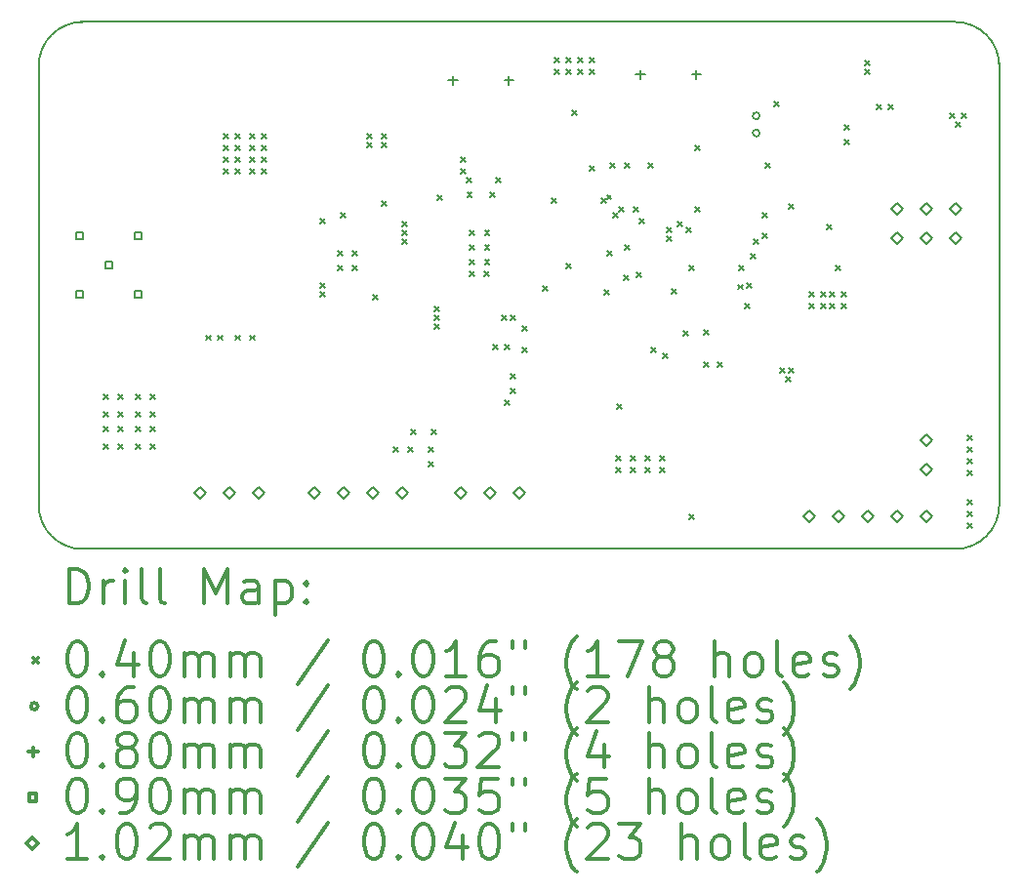
<source format=gbr>
%FSLAX45Y45*%
G04 Gerber Fmt 4.5, Leading zero omitted, Abs format (unit mm)*
G04 Created by KiCad (PCBNEW 4.0.4-stable) date 11/24/16 17:28:45*
%MOMM*%
%LPD*%
G01*
G04 APERTURE LIST*
%ADD10C,0.127000*%
%ADD11C,0.150000*%
%ADD12C,0.200000*%
%ADD13C,0.300000*%
G04 APERTURE END LIST*
D10*
D11*
X18821400Y-8001000D02*
G75*
G03X18440400Y-7620000I-381000J0D01*
G01*
X18440400Y-12192000D02*
G75*
G03X18821400Y-11811000I0J381000D01*
G01*
X10490200Y-11811000D02*
G75*
G03X10871200Y-12192000I381000J0D01*
G01*
X10871200Y-7620000D02*
G75*
G03X10490200Y-8001000I0J-381000D01*
G01*
X10490200Y-11836400D02*
X10490200Y-7975600D01*
X18821400Y-11811000D02*
X18821400Y-11430000D01*
X10871200Y-12192000D02*
X18440400Y-12192000D01*
X18440400Y-7620000D02*
X10845800Y-7620000D01*
X18821400Y-11430000D02*
X18821400Y-7975600D01*
D12*
X11054400Y-10851200D02*
X11094400Y-10891200D01*
X11094400Y-10851200D02*
X11054400Y-10891200D01*
X11054400Y-11003600D02*
X11094400Y-11043600D01*
X11094400Y-11003600D02*
X11054400Y-11043600D01*
X11054400Y-11130600D02*
X11094400Y-11170600D01*
X11094400Y-11130600D02*
X11054400Y-11170600D01*
X11054400Y-11283000D02*
X11094400Y-11323000D01*
X11094400Y-11283000D02*
X11054400Y-11323000D01*
X11181400Y-10851200D02*
X11221400Y-10891200D01*
X11221400Y-10851200D02*
X11181400Y-10891200D01*
X11181400Y-11003600D02*
X11221400Y-11043600D01*
X11221400Y-11003600D02*
X11181400Y-11043600D01*
X11181400Y-11130600D02*
X11221400Y-11170600D01*
X11221400Y-11130600D02*
X11181400Y-11170600D01*
X11181400Y-11283000D02*
X11221400Y-11323000D01*
X11221400Y-11283000D02*
X11181400Y-11323000D01*
X11333800Y-10851200D02*
X11373800Y-10891200D01*
X11373800Y-10851200D02*
X11333800Y-10891200D01*
X11333800Y-11003600D02*
X11373800Y-11043600D01*
X11373800Y-11003600D02*
X11333800Y-11043600D01*
X11333800Y-11130600D02*
X11373800Y-11170600D01*
X11373800Y-11130600D02*
X11333800Y-11170600D01*
X11333800Y-11283000D02*
X11373800Y-11323000D01*
X11373800Y-11283000D02*
X11333800Y-11323000D01*
X11460800Y-10851200D02*
X11500800Y-10891200D01*
X11500800Y-10851200D02*
X11460800Y-10891200D01*
X11460800Y-11003600D02*
X11500800Y-11043600D01*
X11500800Y-11003600D02*
X11460800Y-11043600D01*
X11460800Y-11130600D02*
X11500800Y-11170600D01*
X11500800Y-11130600D02*
X11460800Y-11170600D01*
X11460800Y-11283000D02*
X11500800Y-11323000D01*
X11500800Y-11283000D02*
X11460800Y-11323000D01*
X11943400Y-10339200D02*
X11983400Y-10379200D01*
X11983400Y-10339200D02*
X11943400Y-10379200D01*
X12045000Y-10339200D02*
X12085000Y-10379200D01*
X12085000Y-10339200D02*
X12045000Y-10379200D01*
X12095800Y-8590600D02*
X12135800Y-8630600D01*
X12135800Y-8590600D02*
X12095800Y-8630600D01*
X12095800Y-8692200D02*
X12135800Y-8732200D01*
X12135800Y-8692200D02*
X12095800Y-8732200D01*
X12095800Y-8793800D02*
X12135800Y-8833800D01*
X12135800Y-8793800D02*
X12095800Y-8833800D01*
X12095800Y-8895400D02*
X12135800Y-8935400D01*
X12135800Y-8895400D02*
X12095800Y-8935400D01*
X12197400Y-8590600D02*
X12237400Y-8630600D01*
X12237400Y-8590600D02*
X12197400Y-8630600D01*
X12197400Y-8692200D02*
X12237400Y-8732200D01*
X12237400Y-8692200D02*
X12197400Y-8732200D01*
X12197400Y-8793800D02*
X12237400Y-8833800D01*
X12237400Y-8793800D02*
X12197400Y-8833800D01*
X12197400Y-8895400D02*
X12237400Y-8935400D01*
X12237400Y-8895400D02*
X12197400Y-8935400D01*
X12197400Y-10339200D02*
X12237400Y-10379200D01*
X12237400Y-10339200D02*
X12197400Y-10379200D01*
X12324400Y-8590600D02*
X12364400Y-8630600D01*
X12364400Y-8590600D02*
X12324400Y-8630600D01*
X12324400Y-8692200D02*
X12364400Y-8732200D01*
X12364400Y-8692200D02*
X12324400Y-8732200D01*
X12324400Y-8793800D02*
X12364400Y-8833800D01*
X12364400Y-8793800D02*
X12324400Y-8833800D01*
X12324400Y-8895400D02*
X12364400Y-8935400D01*
X12364400Y-8895400D02*
X12324400Y-8935400D01*
X12324400Y-10339200D02*
X12364400Y-10379200D01*
X12364400Y-10339200D02*
X12324400Y-10379200D01*
X12426000Y-8590600D02*
X12466000Y-8630600D01*
X12466000Y-8590600D02*
X12426000Y-8630600D01*
X12426000Y-8692200D02*
X12466000Y-8732200D01*
X12466000Y-8692200D02*
X12426000Y-8732200D01*
X12426000Y-8793800D02*
X12466000Y-8833800D01*
X12466000Y-8793800D02*
X12426000Y-8833800D01*
X12426000Y-8895400D02*
X12466000Y-8935400D01*
X12466000Y-8895400D02*
X12426000Y-8935400D01*
X12934000Y-9327200D02*
X12974000Y-9367200D01*
X12974000Y-9327200D02*
X12934000Y-9367200D01*
X12934000Y-9886000D02*
X12974000Y-9926000D01*
X12974000Y-9886000D02*
X12934000Y-9926000D01*
X12934000Y-9962200D02*
X12974000Y-10002200D01*
X12974000Y-9962200D02*
X12934000Y-10002200D01*
X13086400Y-9608600D02*
X13126400Y-9648600D01*
X13126400Y-9608600D02*
X13086400Y-9648600D01*
X13086400Y-9733600D02*
X13126400Y-9773600D01*
X13126400Y-9733600D02*
X13086400Y-9773600D01*
X13111800Y-9276400D02*
X13151800Y-9316400D01*
X13151800Y-9276400D02*
X13111800Y-9316400D01*
X13211400Y-9608600D02*
X13251400Y-9648600D01*
X13251400Y-9608600D02*
X13211400Y-9648600D01*
X13211400Y-9733600D02*
X13251400Y-9773600D01*
X13251400Y-9733600D02*
X13211400Y-9773600D01*
X13340400Y-8590600D02*
X13380400Y-8630600D01*
X13380400Y-8590600D02*
X13340400Y-8630600D01*
X13340400Y-8666800D02*
X13380400Y-8706800D01*
X13380400Y-8666800D02*
X13340400Y-8706800D01*
X13391200Y-9987600D02*
X13431200Y-10027600D01*
X13431200Y-9987600D02*
X13391200Y-10027600D01*
X13467400Y-8590600D02*
X13507400Y-8630600D01*
X13507400Y-8590600D02*
X13467400Y-8630600D01*
X13467400Y-8666800D02*
X13507400Y-8706800D01*
X13507400Y-8666800D02*
X13467400Y-8706800D01*
X13467400Y-9174800D02*
X13507400Y-9214800D01*
X13507400Y-9174800D02*
X13467400Y-9214800D01*
X13569000Y-11308400D02*
X13609000Y-11348400D01*
X13609000Y-11308400D02*
X13569000Y-11348400D01*
X13645200Y-9352600D02*
X13685200Y-9392600D01*
X13685200Y-9352600D02*
X13645200Y-9392600D01*
X13645200Y-9428800D02*
X13685200Y-9468800D01*
X13685200Y-9428800D02*
X13645200Y-9468800D01*
X13645200Y-9505000D02*
X13685200Y-9545000D01*
X13685200Y-9505000D02*
X13645200Y-9545000D01*
X13696000Y-11308400D02*
X13736000Y-11348400D01*
X13736000Y-11308400D02*
X13696000Y-11348400D01*
X13721400Y-11156000D02*
X13761400Y-11196000D01*
X13761400Y-11156000D02*
X13721400Y-11196000D01*
X13873800Y-11308400D02*
X13913800Y-11348400D01*
X13913800Y-11308400D02*
X13873800Y-11348400D01*
X13873800Y-11435400D02*
X13913800Y-11475400D01*
X13913800Y-11435400D02*
X13873800Y-11475400D01*
X13899200Y-11156000D02*
X13939200Y-11196000D01*
X13939200Y-11156000D02*
X13899200Y-11196000D01*
X13924600Y-10089200D02*
X13964600Y-10129200D01*
X13964600Y-10089200D02*
X13924600Y-10129200D01*
X13924600Y-10165400D02*
X13964600Y-10205400D01*
X13964600Y-10165400D02*
X13924600Y-10205400D01*
X13924600Y-10241600D02*
X13964600Y-10281600D01*
X13964600Y-10241600D02*
X13924600Y-10281600D01*
X13950000Y-9124000D02*
X13990000Y-9164000D01*
X13990000Y-9124000D02*
X13950000Y-9164000D01*
X14153200Y-8793800D02*
X14193200Y-8833800D01*
X14193200Y-8793800D02*
X14153200Y-8833800D01*
X14153200Y-8895400D02*
X14193200Y-8935400D01*
X14193200Y-8895400D02*
X14153200Y-8935400D01*
X14204000Y-8971600D02*
X14244000Y-9011600D01*
X14244000Y-8971600D02*
X14204000Y-9011600D01*
X14208025Y-9098600D02*
X14248025Y-9138600D01*
X14248025Y-9098600D02*
X14208025Y-9138600D01*
X14229400Y-9784400D02*
X14269400Y-9824400D01*
X14269400Y-9784400D02*
X14229400Y-9824400D01*
X14231150Y-9427050D02*
X14271150Y-9467050D01*
X14271150Y-9427050D02*
X14231150Y-9467050D01*
X14231150Y-9555800D02*
X14271150Y-9595800D01*
X14271150Y-9555800D02*
X14231150Y-9595800D01*
X14231150Y-9684550D02*
X14271150Y-9724550D01*
X14271150Y-9684550D02*
X14231150Y-9724550D01*
X14356400Y-9784400D02*
X14396400Y-9824400D01*
X14396400Y-9784400D02*
X14356400Y-9824400D01*
X14359900Y-9427050D02*
X14399900Y-9467050D01*
X14399900Y-9427050D02*
X14359900Y-9467050D01*
X14359900Y-9555800D02*
X14399900Y-9595800D01*
X14399900Y-9555800D02*
X14359900Y-9595800D01*
X14359900Y-9684550D02*
X14399900Y-9724550D01*
X14399900Y-9684550D02*
X14359900Y-9724550D01*
X14407200Y-9098600D02*
X14447200Y-9138600D01*
X14447200Y-9098600D02*
X14407200Y-9138600D01*
X14432600Y-10419400D02*
X14472600Y-10459400D01*
X14472600Y-10419400D02*
X14432600Y-10459400D01*
X14458000Y-8971600D02*
X14498000Y-9011600D01*
X14498000Y-8971600D02*
X14458000Y-9011600D01*
X14508800Y-10165400D02*
X14548800Y-10205400D01*
X14548800Y-10165400D02*
X14508800Y-10205400D01*
X14534200Y-10419400D02*
X14574200Y-10459400D01*
X14574200Y-10419400D02*
X14534200Y-10459400D01*
X14534200Y-10902000D02*
X14574200Y-10942000D01*
X14574200Y-10902000D02*
X14534200Y-10942000D01*
X14582985Y-10674981D02*
X14622985Y-10714981D01*
X14622985Y-10674981D02*
X14582985Y-10714981D01*
X14585000Y-10165400D02*
X14625000Y-10205400D01*
X14625000Y-10165400D02*
X14585000Y-10205400D01*
X14585000Y-10800400D02*
X14625000Y-10840400D01*
X14625000Y-10800400D02*
X14585000Y-10840400D01*
X14686600Y-10260800D02*
X14726600Y-10300800D01*
X14726600Y-10260800D02*
X14686600Y-10300800D01*
X14686600Y-10444800D02*
X14726600Y-10484800D01*
X14726600Y-10444800D02*
X14686600Y-10484800D01*
X14864400Y-9911400D02*
X14904400Y-9951400D01*
X14904400Y-9911400D02*
X14864400Y-9951400D01*
X14940600Y-9149400D02*
X14980600Y-9189400D01*
X14980600Y-9149400D02*
X14940600Y-9189400D01*
X14966000Y-7930200D02*
X15006000Y-7970200D01*
X15006000Y-7930200D02*
X14966000Y-7970200D01*
X14966000Y-8031800D02*
X15006000Y-8071800D01*
X15006000Y-8031800D02*
X14966000Y-8071800D01*
X15067600Y-7930200D02*
X15107600Y-7970200D01*
X15107600Y-7930200D02*
X15067600Y-7970200D01*
X15067600Y-8031800D02*
X15107600Y-8071800D01*
X15107600Y-8031800D02*
X15067600Y-8071800D01*
X15067600Y-9718300D02*
X15107600Y-9758300D01*
X15107600Y-9718300D02*
X15067600Y-9758300D01*
X15118400Y-8387400D02*
X15158400Y-8427400D01*
X15158400Y-8387400D02*
X15118400Y-8427400D01*
X15169200Y-7930200D02*
X15209200Y-7970200D01*
X15209200Y-7930200D02*
X15169200Y-7970200D01*
X15169200Y-8031800D02*
X15209200Y-8071800D01*
X15209200Y-8031800D02*
X15169200Y-8071800D01*
X15270800Y-7930200D02*
X15310800Y-7970200D01*
X15310800Y-7930200D02*
X15270800Y-7970200D01*
X15270800Y-8031800D02*
X15310800Y-8071800D01*
X15310800Y-8031800D02*
X15270800Y-8071800D01*
X15270800Y-8870000D02*
X15310800Y-8910000D01*
X15310800Y-8870000D02*
X15270800Y-8910000D01*
X15372400Y-9149400D02*
X15412400Y-9189400D01*
X15412400Y-9149400D02*
X15372400Y-9189400D01*
X15397800Y-9943300D02*
X15437800Y-9983300D01*
X15437800Y-9943300D02*
X15397800Y-9983300D01*
X15418600Y-9119400D02*
X15458600Y-9159400D01*
X15458600Y-9119400D02*
X15418600Y-9159400D01*
X15423200Y-9606600D02*
X15463200Y-9646600D01*
X15463200Y-9606600D02*
X15423200Y-9646600D01*
X15448600Y-8844600D02*
X15488600Y-8884600D01*
X15488600Y-8844600D02*
X15448600Y-8884600D01*
X15474000Y-9276400D02*
X15514000Y-9316400D01*
X15514000Y-9276400D02*
X15474000Y-9316400D01*
X15499400Y-11384600D02*
X15539400Y-11424600D01*
X15539400Y-11384600D02*
X15499400Y-11424600D01*
X15499400Y-11486200D02*
X15539400Y-11526200D01*
X15539400Y-11486200D02*
X15499400Y-11526200D01*
X15504891Y-10932891D02*
X15544891Y-10972891D01*
X15544891Y-10932891D02*
X15504891Y-10972891D01*
X15524800Y-9225600D02*
X15564800Y-9265600D01*
X15564800Y-9225600D02*
X15524800Y-9265600D01*
X15568871Y-9815786D02*
X15608871Y-9855786D01*
X15608871Y-9815786D02*
X15568871Y-9855786D01*
X15575600Y-8844600D02*
X15615600Y-8884600D01*
X15615600Y-8844600D02*
X15575600Y-8884600D01*
X15575600Y-9555800D02*
X15615600Y-9595800D01*
X15615600Y-9555800D02*
X15575600Y-9595800D01*
X15626400Y-11384600D02*
X15666400Y-11424600D01*
X15666400Y-11384600D02*
X15626400Y-11424600D01*
X15626400Y-11486200D02*
X15666400Y-11526200D01*
X15666400Y-11486200D02*
X15626400Y-11526200D01*
X15651800Y-9225600D02*
X15691800Y-9265600D01*
X15691800Y-9225600D02*
X15651800Y-9265600D01*
X15651800Y-9225600D02*
X15691800Y-9265600D01*
X15691800Y-9225600D02*
X15651800Y-9265600D01*
X15677200Y-9793300D02*
X15717200Y-9833300D01*
X15717200Y-9793300D02*
X15677200Y-9833300D01*
X15702600Y-9327200D02*
X15742600Y-9367200D01*
X15742600Y-9327200D02*
X15702600Y-9367200D01*
X15753400Y-11384600D02*
X15793400Y-11424600D01*
X15793400Y-11384600D02*
X15753400Y-11424600D01*
X15753400Y-11486200D02*
X15793400Y-11526200D01*
X15793400Y-11486200D02*
X15753400Y-11526200D01*
X15778800Y-8844600D02*
X15818800Y-8884600D01*
X15818800Y-8844600D02*
X15778800Y-8884600D01*
X15804200Y-10444800D02*
X15844200Y-10484800D01*
X15844200Y-10444800D02*
X15804200Y-10484800D01*
X15880400Y-11384600D02*
X15920400Y-11424600D01*
X15920400Y-11384600D02*
X15880400Y-11424600D01*
X15880400Y-11486200D02*
X15920400Y-11526200D01*
X15920400Y-11486200D02*
X15880400Y-11526200D01*
X15903800Y-10495600D02*
X15943800Y-10535600D01*
X15943800Y-10495600D02*
X15903800Y-10535600D01*
X15937799Y-9403400D02*
X15977799Y-9443400D01*
X15977799Y-9403400D02*
X15937799Y-9443400D01*
X15937799Y-9479600D02*
X15977799Y-9519600D01*
X15977799Y-9479600D02*
X15937799Y-9519600D01*
X15982000Y-9936800D02*
X16022000Y-9976800D01*
X16022000Y-9936800D02*
X15982000Y-9976800D01*
X16032800Y-9352600D02*
X16072800Y-9392600D01*
X16072800Y-9352600D02*
X16032800Y-9392600D01*
X16083600Y-10303600D02*
X16123600Y-10343600D01*
X16123600Y-10303600D02*
X16083600Y-10343600D01*
X16109000Y-9403400D02*
X16149000Y-9443400D01*
X16149000Y-9403400D02*
X16109000Y-9443400D01*
X16134400Y-9733600D02*
X16174400Y-9773600D01*
X16174400Y-9733600D02*
X16134400Y-9773600D01*
X16134400Y-11892600D02*
X16174400Y-11932600D01*
X16174400Y-11892600D02*
X16134400Y-11932600D01*
X16185200Y-8692200D02*
X16225200Y-8732200D01*
X16225200Y-8692200D02*
X16185200Y-8732200D01*
X16185200Y-9225600D02*
X16225200Y-9265600D01*
X16225200Y-9225600D02*
X16185200Y-9265600D01*
X16261400Y-10292400D02*
X16301400Y-10332400D01*
X16301400Y-10292400D02*
X16261400Y-10332400D01*
X16261400Y-10571800D02*
X16301400Y-10611800D01*
X16301400Y-10571800D02*
X16261400Y-10611800D01*
X16376401Y-10571800D02*
X16416401Y-10611800D01*
X16416401Y-10571800D02*
X16376401Y-10611800D01*
X16553826Y-9898374D02*
X16593826Y-9938374D01*
X16593826Y-9898374D02*
X16553826Y-9938374D01*
X16566200Y-9733600D02*
X16606200Y-9773600D01*
X16606200Y-9733600D02*
X16566200Y-9773600D01*
X16617000Y-10063800D02*
X16657000Y-10103800D01*
X16657000Y-10063800D02*
X16617000Y-10103800D01*
X16632787Y-9885521D02*
X16672787Y-9925521D01*
X16672787Y-9885521D02*
X16632787Y-9925521D01*
X16667800Y-9632000D02*
X16707800Y-9672000D01*
X16707800Y-9632000D02*
X16667800Y-9672000D01*
X16693200Y-9505000D02*
X16733200Y-9545000D01*
X16733200Y-9505000D02*
X16693200Y-9545000D01*
X16769400Y-9276400D02*
X16809400Y-9316400D01*
X16809400Y-9276400D02*
X16769400Y-9316400D01*
X16769400Y-9454200D02*
X16809400Y-9494200D01*
X16809400Y-9454200D02*
X16769400Y-9494200D01*
X16794800Y-8844600D02*
X16834800Y-8884600D01*
X16834800Y-8844600D02*
X16794800Y-8884600D01*
X16871000Y-8311200D02*
X16911000Y-8351200D01*
X16911000Y-8311200D02*
X16871000Y-8351200D01*
X16921800Y-10622600D02*
X16961800Y-10662600D01*
X16961800Y-10622600D02*
X16921800Y-10662600D01*
X16972600Y-10698800D02*
X17012600Y-10738800D01*
X17012600Y-10698800D02*
X16972600Y-10738800D01*
X16998000Y-9200200D02*
X17038000Y-9240200D01*
X17038000Y-9200200D02*
X16998000Y-9240200D01*
X16998000Y-10622600D02*
X17038000Y-10662600D01*
X17038000Y-10622600D02*
X16998000Y-10662600D01*
X17175800Y-9962200D02*
X17215800Y-10002200D01*
X17215800Y-9962200D02*
X17175800Y-10002200D01*
X17175800Y-10063800D02*
X17215800Y-10103800D01*
X17215800Y-10063800D02*
X17175800Y-10103800D01*
X17277400Y-9962200D02*
X17317400Y-10002200D01*
X17317400Y-9962200D02*
X17277400Y-10002200D01*
X17277400Y-10063800D02*
X17317400Y-10103800D01*
X17317400Y-10063800D02*
X17277400Y-10103800D01*
X17328200Y-9378000D02*
X17368200Y-9418000D01*
X17368200Y-9378000D02*
X17328200Y-9418000D01*
X17353600Y-9962200D02*
X17393600Y-10002200D01*
X17393600Y-9962200D02*
X17353600Y-10002200D01*
X17353600Y-10063800D02*
X17393600Y-10103800D01*
X17393600Y-10063800D02*
X17353600Y-10103800D01*
X17404400Y-9733600D02*
X17444400Y-9773600D01*
X17444400Y-9733600D02*
X17404400Y-9773600D01*
X17455200Y-9962200D02*
X17495200Y-10002200D01*
X17495200Y-9962200D02*
X17455200Y-10002200D01*
X17455200Y-10063800D02*
X17495200Y-10103800D01*
X17495200Y-10063800D02*
X17455200Y-10103800D01*
X17480600Y-8514400D02*
X17520600Y-8554400D01*
X17520600Y-8514400D02*
X17480600Y-8554400D01*
X17480600Y-8641400D02*
X17520600Y-8681400D01*
X17520600Y-8641400D02*
X17480600Y-8681400D01*
X17658400Y-7955600D02*
X17698400Y-7995600D01*
X17698400Y-7955600D02*
X17658400Y-7995600D01*
X17658400Y-8031800D02*
X17698400Y-8071800D01*
X17698400Y-8031800D02*
X17658400Y-8071800D01*
X17760000Y-8336600D02*
X17800000Y-8376600D01*
X17800000Y-8336600D02*
X17760000Y-8376600D01*
X17861600Y-8336600D02*
X17901600Y-8376600D01*
X17901600Y-8336600D02*
X17861600Y-8376600D01*
X18395000Y-8412800D02*
X18435000Y-8452800D01*
X18435000Y-8412800D02*
X18395000Y-8452800D01*
X18445800Y-8489000D02*
X18485800Y-8529000D01*
X18485800Y-8489000D02*
X18445800Y-8529000D01*
X18496600Y-8412800D02*
X18536600Y-8452800D01*
X18536600Y-8412800D02*
X18496600Y-8452800D01*
X18547400Y-11206800D02*
X18587400Y-11246800D01*
X18587400Y-11206800D02*
X18547400Y-11246800D01*
X18547400Y-11308400D02*
X18587400Y-11348400D01*
X18587400Y-11308400D02*
X18547400Y-11348400D01*
X18547400Y-11410000D02*
X18587400Y-11450000D01*
X18587400Y-11410000D02*
X18547400Y-11450000D01*
X18547400Y-11511600D02*
X18587400Y-11551600D01*
X18587400Y-11511600D02*
X18547400Y-11551600D01*
X18547400Y-11765600D02*
X18587400Y-11805600D01*
X18587400Y-11765600D02*
X18547400Y-11805600D01*
X18547400Y-11867200D02*
X18587400Y-11907200D01*
X18587400Y-11867200D02*
X18547400Y-11907200D01*
X18547400Y-11968800D02*
X18587400Y-12008800D01*
X18587400Y-11968800D02*
X18547400Y-12008800D01*
X16743172Y-8434070D02*
G75*
G03X16743172Y-8434070I-29972J0D01*
G01*
X16743172Y-8583930D02*
G75*
G03X16743172Y-8583930I-29972J0D01*
G01*
X14081506Y-8087995D02*
X14081506Y-8168005D01*
X14041501Y-8128000D02*
X14121511Y-8128000D01*
X14569694Y-8087995D02*
X14569694Y-8168005D01*
X14529689Y-8128000D02*
X14609699Y-8128000D01*
X15707106Y-8037195D02*
X15707106Y-8117205D01*
X15667101Y-8077200D02*
X15747111Y-8077200D01*
X16195294Y-8037195D02*
X16195294Y-8117205D01*
X16155289Y-8077200D02*
X16235299Y-8077200D01*
X10877590Y-9505990D02*
X10877590Y-9442410D01*
X10814010Y-9442410D01*
X10814010Y-9505990D01*
X10877590Y-9505990D01*
X10877590Y-10013990D02*
X10877590Y-9950410D01*
X10814010Y-9950410D01*
X10814010Y-10013990D01*
X10877590Y-10013990D01*
X11131590Y-9759990D02*
X11131590Y-9696410D01*
X11068010Y-9696410D01*
X11068010Y-9759990D01*
X11131590Y-9759990D01*
X11385590Y-9505990D02*
X11385590Y-9442410D01*
X11322010Y-9442410D01*
X11322010Y-9505990D01*
X11385590Y-9505990D01*
X11385590Y-10013990D02*
X11385590Y-9950410D01*
X11322010Y-9950410D01*
X11322010Y-10013990D01*
X11385590Y-10013990D01*
X11887200Y-11760200D02*
X11938000Y-11709400D01*
X11887200Y-11658600D01*
X11836400Y-11709400D01*
X11887200Y-11760200D01*
X12141200Y-11760200D02*
X12192000Y-11709400D01*
X12141200Y-11658600D01*
X12090400Y-11709400D01*
X12141200Y-11760200D01*
X12395200Y-11760200D02*
X12446000Y-11709400D01*
X12395200Y-11658600D01*
X12344400Y-11709400D01*
X12395200Y-11760200D01*
X12877800Y-11760200D02*
X12928600Y-11709400D01*
X12877800Y-11658600D01*
X12827000Y-11709400D01*
X12877800Y-11760200D01*
X13131800Y-11760200D02*
X13182600Y-11709400D01*
X13131800Y-11658600D01*
X13081000Y-11709400D01*
X13131800Y-11760200D01*
X13385800Y-11760200D02*
X13436600Y-11709400D01*
X13385800Y-11658600D01*
X13335000Y-11709400D01*
X13385800Y-11760200D01*
X13639800Y-11760200D02*
X13690600Y-11709400D01*
X13639800Y-11658600D01*
X13589000Y-11709400D01*
X13639800Y-11760200D01*
X14147800Y-11760200D02*
X14198600Y-11709400D01*
X14147800Y-11658600D01*
X14097000Y-11709400D01*
X14147800Y-11760200D01*
X14401800Y-11760200D02*
X14452600Y-11709400D01*
X14401800Y-11658600D01*
X14351000Y-11709400D01*
X14401800Y-11760200D01*
X14655800Y-11760200D02*
X14706600Y-11709400D01*
X14655800Y-11658600D01*
X14605000Y-11709400D01*
X14655800Y-11760200D01*
X17170400Y-11963400D02*
X17221200Y-11912600D01*
X17170400Y-11861800D01*
X17119600Y-11912600D01*
X17170400Y-11963400D01*
X17424400Y-11963400D02*
X17475200Y-11912600D01*
X17424400Y-11861800D01*
X17373600Y-11912600D01*
X17424400Y-11963400D01*
X17678400Y-11963400D02*
X17729200Y-11912600D01*
X17678400Y-11861800D01*
X17627600Y-11912600D01*
X17678400Y-11963400D01*
X17932400Y-9296400D02*
X17983200Y-9245600D01*
X17932400Y-9194800D01*
X17881600Y-9245600D01*
X17932400Y-9296400D01*
X17932400Y-9550400D02*
X17983200Y-9499600D01*
X17932400Y-9448800D01*
X17881600Y-9499600D01*
X17932400Y-9550400D01*
X17932400Y-11963400D02*
X17983200Y-11912600D01*
X17932400Y-11861800D01*
X17881600Y-11912600D01*
X17932400Y-11963400D01*
X18186400Y-9296400D02*
X18237200Y-9245600D01*
X18186400Y-9194800D01*
X18135600Y-9245600D01*
X18186400Y-9296400D01*
X18186400Y-9550400D02*
X18237200Y-9499600D01*
X18186400Y-9448800D01*
X18135600Y-9499600D01*
X18186400Y-9550400D01*
X18186400Y-11303000D02*
X18237200Y-11252200D01*
X18186400Y-11201400D01*
X18135600Y-11252200D01*
X18186400Y-11303000D01*
X18186400Y-11557000D02*
X18237200Y-11506200D01*
X18186400Y-11455400D01*
X18135600Y-11506200D01*
X18186400Y-11557000D01*
X18186400Y-11963400D02*
X18237200Y-11912600D01*
X18186400Y-11861800D01*
X18135600Y-11912600D01*
X18186400Y-11963400D01*
X18440400Y-9296400D02*
X18491200Y-9245600D01*
X18440400Y-9194800D01*
X18389600Y-9245600D01*
X18440400Y-9296400D01*
X18440400Y-9550400D02*
X18491200Y-9499600D01*
X18440400Y-9448800D01*
X18389600Y-9499600D01*
X18440400Y-9550400D01*
D13*
X10754129Y-12665214D02*
X10754129Y-12365214D01*
X10825557Y-12365214D01*
X10868414Y-12379500D01*
X10896986Y-12408071D01*
X10911271Y-12436643D01*
X10925557Y-12493786D01*
X10925557Y-12536643D01*
X10911271Y-12593786D01*
X10896986Y-12622357D01*
X10868414Y-12650929D01*
X10825557Y-12665214D01*
X10754129Y-12665214D01*
X11054129Y-12665214D02*
X11054129Y-12465214D01*
X11054129Y-12522357D02*
X11068414Y-12493786D01*
X11082700Y-12479500D01*
X11111271Y-12465214D01*
X11139843Y-12465214D01*
X11239843Y-12665214D02*
X11239843Y-12465214D01*
X11239843Y-12365214D02*
X11225557Y-12379500D01*
X11239843Y-12393786D01*
X11254128Y-12379500D01*
X11239843Y-12365214D01*
X11239843Y-12393786D01*
X11425557Y-12665214D02*
X11396986Y-12650929D01*
X11382700Y-12622357D01*
X11382700Y-12365214D01*
X11582700Y-12665214D02*
X11554128Y-12650929D01*
X11539843Y-12622357D01*
X11539843Y-12365214D01*
X11925557Y-12665214D02*
X11925557Y-12365214D01*
X12025557Y-12579500D01*
X12125557Y-12365214D01*
X12125557Y-12665214D01*
X12396986Y-12665214D02*
X12396986Y-12508071D01*
X12382700Y-12479500D01*
X12354128Y-12465214D01*
X12296986Y-12465214D01*
X12268414Y-12479500D01*
X12396986Y-12650929D02*
X12368414Y-12665214D01*
X12296986Y-12665214D01*
X12268414Y-12650929D01*
X12254128Y-12622357D01*
X12254128Y-12593786D01*
X12268414Y-12565214D01*
X12296986Y-12550929D01*
X12368414Y-12550929D01*
X12396986Y-12536643D01*
X12539843Y-12465214D02*
X12539843Y-12765214D01*
X12539843Y-12479500D02*
X12568414Y-12465214D01*
X12625557Y-12465214D01*
X12654128Y-12479500D01*
X12668414Y-12493786D01*
X12682700Y-12522357D01*
X12682700Y-12608071D01*
X12668414Y-12636643D01*
X12654128Y-12650929D01*
X12625557Y-12665214D01*
X12568414Y-12665214D01*
X12539843Y-12650929D01*
X12811271Y-12636643D02*
X12825557Y-12650929D01*
X12811271Y-12665214D01*
X12796986Y-12650929D01*
X12811271Y-12636643D01*
X12811271Y-12665214D01*
X12811271Y-12479500D02*
X12825557Y-12493786D01*
X12811271Y-12508071D01*
X12796986Y-12493786D01*
X12811271Y-12479500D01*
X12811271Y-12508071D01*
X10442700Y-13139500D02*
X10482700Y-13179500D01*
X10482700Y-13139500D02*
X10442700Y-13179500D01*
X10811271Y-12995214D02*
X10839843Y-12995214D01*
X10868414Y-13009500D01*
X10882700Y-13023786D01*
X10896986Y-13052357D01*
X10911271Y-13109500D01*
X10911271Y-13180929D01*
X10896986Y-13238071D01*
X10882700Y-13266643D01*
X10868414Y-13280929D01*
X10839843Y-13295214D01*
X10811271Y-13295214D01*
X10782700Y-13280929D01*
X10768414Y-13266643D01*
X10754129Y-13238071D01*
X10739843Y-13180929D01*
X10739843Y-13109500D01*
X10754129Y-13052357D01*
X10768414Y-13023786D01*
X10782700Y-13009500D01*
X10811271Y-12995214D01*
X11039843Y-13266643D02*
X11054129Y-13280929D01*
X11039843Y-13295214D01*
X11025557Y-13280929D01*
X11039843Y-13266643D01*
X11039843Y-13295214D01*
X11311271Y-13095214D02*
X11311271Y-13295214D01*
X11239843Y-12980929D02*
X11168414Y-13195214D01*
X11354128Y-13195214D01*
X11525557Y-12995214D02*
X11554128Y-12995214D01*
X11582700Y-13009500D01*
X11596986Y-13023786D01*
X11611271Y-13052357D01*
X11625557Y-13109500D01*
X11625557Y-13180929D01*
X11611271Y-13238071D01*
X11596986Y-13266643D01*
X11582700Y-13280929D01*
X11554128Y-13295214D01*
X11525557Y-13295214D01*
X11496986Y-13280929D01*
X11482700Y-13266643D01*
X11468414Y-13238071D01*
X11454128Y-13180929D01*
X11454128Y-13109500D01*
X11468414Y-13052357D01*
X11482700Y-13023786D01*
X11496986Y-13009500D01*
X11525557Y-12995214D01*
X11754128Y-13295214D02*
X11754128Y-13095214D01*
X11754128Y-13123786D02*
X11768414Y-13109500D01*
X11796986Y-13095214D01*
X11839843Y-13095214D01*
X11868414Y-13109500D01*
X11882700Y-13138071D01*
X11882700Y-13295214D01*
X11882700Y-13138071D02*
X11896986Y-13109500D01*
X11925557Y-13095214D01*
X11968414Y-13095214D01*
X11996986Y-13109500D01*
X12011271Y-13138071D01*
X12011271Y-13295214D01*
X12154128Y-13295214D02*
X12154128Y-13095214D01*
X12154128Y-13123786D02*
X12168414Y-13109500D01*
X12196986Y-13095214D01*
X12239843Y-13095214D01*
X12268414Y-13109500D01*
X12282700Y-13138071D01*
X12282700Y-13295214D01*
X12282700Y-13138071D02*
X12296986Y-13109500D01*
X12325557Y-13095214D01*
X12368414Y-13095214D01*
X12396986Y-13109500D01*
X12411271Y-13138071D01*
X12411271Y-13295214D01*
X12996986Y-12980929D02*
X12739843Y-13366643D01*
X13382700Y-12995214D02*
X13411271Y-12995214D01*
X13439843Y-13009500D01*
X13454128Y-13023786D01*
X13468414Y-13052357D01*
X13482700Y-13109500D01*
X13482700Y-13180929D01*
X13468414Y-13238071D01*
X13454128Y-13266643D01*
X13439843Y-13280929D01*
X13411271Y-13295214D01*
X13382700Y-13295214D01*
X13354128Y-13280929D01*
X13339843Y-13266643D01*
X13325557Y-13238071D01*
X13311271Y-13180929D01*
X13311271Y-13109500D01*
X13325557Y-13052357D01*
X13339843Y-13023786D01*
X13354128Y-13009500D01*
X13382700Y-12995214D01*
X13611271Y-13266643D02*
X13625557Y-13280929D01*
X13611271Y-13295214D01*
X13596986Y-13280929D01*
X13611271Y-13266643D01*
X13611271Y-13295214D01*
X13811271Y-12995214D02*
X13839843Y-12995214D01*
X13868414Y-13009500D01*
X13882700Y-13023786D01*
X13896985Y-13052357D01*
X13911271Y-13109500D01*
X13911271Y-13180929D01*
X13896985Y-13238071D01*
X13882700Y-13266643D01*
X13868414Y-13280929D01*
X13839843Y-13295214D01*
X13811271Y-13295214D01*
X13782700Y-13280929D01*
X13768414Y-13266643D01*
X13754128Y-13238071D01*
X13739843Y-13180929D01*
X13739843Y-13109500D01*
X13754128Y-13052357D01*
X13768414Y-13023786D01*
X13782700Y-13009500D01*
X13811271Y-12995214D01*
X14196985Y-13295214D02*
X14025557Y-13295214D01*
X14111271Y-13295214D02*
X14111271Y-12995214D01*
X14082700Y-13038071D01*
X14054128Y-13066643D01*
X14025557Y-13080929D01*
X14454128Y-12995214D02*
X14396985Y-12995214D01*
X14368414Y-13009500D01*
X14354128Y-13023786D01*
X14325557Y-13066643D01*
X14311271Y-13123786D01*
X14311271Y-13238071D01*
X14325557Y-13266643D01*
X14339843Y-13280929D01*
X14368414Y-13295214D01*
X14425557Y-13295214D01*
X14454128Y-13280929D01*
X14468414Y-13266643D01*
X14482700Y-13238071D01*
X14482700Y-13166643D01*
X14468414Y-13138071D01*
X14454128Y-13123786D01*
X14425557Y-13109500D01*
X14368414Y-13109500D01*
X14339843Y-13123786D01*
X14325557Y-13138071D01*
X14311271Y-13166643D01*
X14596986Y-12995214D02*
X14596986Y-13052357D01*
X14711271Y-12995214D02*
X14711271Y-13052357D01*
X15154128Y-13409500D02*
X15139843Y-13395214D01*
X15111271Y-13352357D01*
X15096985Y-13323786D01*
X15082700Y-13280929D01*
X15068414Y-13209500D01*
X15068414Y-13152357D01*
X15082700Y-13080929D01*
X15096985Y-13038071D01*
X15111271Y-13009500D01*
X15139843Y-12966643D01*
X15154128Y-12952357D01*
X15425557Y-13295214D02*
X15254128Y-13295214D01*
X15339843Y-13295214D02*
X15339843Y-12995214D01*
X15311271Y-13038071D01*
X15282700Y-13066643D01*
X15254128Y-13080929D01*
X15525557Y-12995214D02*
X15725557Y-12995214D01*
X15596985Y-13295214D01*
X15882700Y-13123786D02*
X15854128Y-13109500D01*
X15839843Y-13095214D01*
X15825557Y-13066643D01*
X15825557Y-13052357D01*
X15839843Y-13023786D01*
X15854128Y-13009500D01*
X15882700Y-12995214D01*
X15939843Y-12995214D01*
X15968414Y-13009500D01*
X15982700Y-13023786D01*
X15996985Y-13052357D01*
X15996985Y-13066643D01*
X15982700Y-13095214D01*
X15968414Y-13109500D01*
X15939843Y-13123786D01*
X15882700Y-13123786D01*
X15854128Y-13138071D01*
X15839843Y-13152357D01*
X15825557Y-13180929D01*
X15825557Y-13238071D01*
X15839843Y-13266643D01*
X15854128Y-13280929D01*
X15882700Y-13295214D01*
X15939843Y-13295214D01*
X15968414Y-13280929D01*
X15982700Y-13266643D01*
X15996985Y-13238071D01*
X15996985Y-13180929D01*
X15982700Y-13152357D01*
X15968414Y-13138071D01*
X15939843Y-13123786D01*
X16354128Y-13295214D02*
X16354128Y-12995214D01*
X16482700Y-13295214D02*
X16482700Y-13138071D01*
X16468414Y-13109500D01*
X16439843Y-13095214D01*
X16396985Y-13095214D01*
X16368414Y-13109500D01*
X16354128Y-13123786D01*
X16668414Y-13295214D02*
X16639843Y-13280929D01*
X16625557Y-13266643D01*
X16611271Y-13238071D01*
X16611271Y-13152357D01*
X16625557Y-13123786D01*
X16639843Y-13109500D01*
X16668414Y-13095214D01*
X16711271Y-13095214D01*
X16739843Y-13109500D01*
X16754128Y-13123786D01*
X16768414Y-13152357D01*
X16768414Y-13238071D01*
X16754128Y-13266643D01*
X16739843Y-13280929D01*
X16711271Y-13295214D01*
X16668414Y-13295214D01*
X16939843Y-13295214D02*
X16911271Y-13280929D01*
X16896986Y-13252357D01*
X16896986Y-12995214D01*
X17168414Y-13280929D02*
X17139843Y-13295214D01*
X17082700Y-13295214D01*
X17054129Y-13280929D01*
X17039843Y-13252357D01*
X17039843Y-13138071D01*
X17054129Y-13109500D01*
X17082700Y-13095214D01*
X17139843Y-13095214D01*
X17168414Y-13109500D01*
X17182700Y-13138071D01*
X17182700Y-13166643D01*
X17039843Y-13195214D01*
X17296986Y-13280929D02*
X17325557Y-13295214D01*
X17382700Y-13295214D01*
X17411271Y-13280929D01*
X17425557Y-13252357D01*
X17425557Y-13238071D01*
X17411271Y-13209500D01*
X17382700Y-13195214D01*
X17339843Y-13195214D01*
X17311271Y-13180929D01*
X17296986Y-13152357D01*
X17296986Y-13138071D01*
X17311271Y-13109500D01*
X17339843Y-13095214D01*
X17382700Y-13095214D01*
X17411271Y-13109500D01*
X17525557Y-13409500D02*
X17539843Y-13395214D01*
X17568414Y-13352357D01*
X17582700Y-13323786D01*
X17596986Y-13280929D01*
X17611271Y-13209500D01*
X17611271Y-13152357D01*
X17596986Y-13080929D01*
X17582700Y-13038071D01*
X17568414Y-13009500D01*
X17539843Y-12966643D01*
X17525557Y-12952357D01*
X10482700Y-13555500D02*
G75*
G03X10482700Y-13555500I-29972J0D01*
G01*
X10811271Y-13391214D02*
X10839843Y-13391214D01*
X10868414Y-13405500D01*
X10882700Y-13419786D01*
X10896986Y-13448357D01*
X10911271Y-13505500D01*
X10911271Y-13576929D01*
X10896986Y-13634071D01*
X10882700Y-13662643D01*
X10868414Y-13676929D01*
X10839843Y-13691214D01*
X10811271Y-13691214D01*
X10782700Y-13676929D01*
X10768414Y-13662643D01*
X10754129Y-13634071D01*
X10739843Y-13576929D01*
X10739843Y-13505500D01*
X10754129Y-13448357D01*
X10768414Y-13419786D01*
X10782700Y-13405500D01*
X10811271Y-13391214D01*
X11039843Y-13662643D02*
X11054129Y-13676929D01*
X11039843Y-13691214D01*
X11025557Y-13676929D01*
X11039843Y-13662643D01*
X11039843Y-13691214D01*
X11311271Y-13391214D02*
X11254128Y-13391214D01*
X11225557Y-13405500D01*
X11211271Y-13419786D01*
X11182700Y-13462643D01*
X11168414Y-13519786D01*
X11168414Y-13634071D01*
X11182700Y-13662643D01*
X11196986Y-13676929D01*
X11225557Y-13691214D01*
X11282700Y-13691214D01*
X11311271Y-13676929D01*
X11325557Y-13662643D01*
X11339843Y-13634071D01*
X11339843Y-13562643D01*
X11325557Y-13534071D01*
X11311271Y-13519786D01*
X11282700Y-13505500D01*
X11225557Y-13505500D01*
X11196986Y-13519786D01*
X11182700Y-13534071D01*
X11168414Y-13562643D01*
X11525557Y-13391214D02*
X11554128Y-13391214D01*
X11582700Y-13405500D01*
X11596986Y-13419786D01*
X11611271Y-13448357D01*
X11625557Y-13505500D01*
X11625557Y-13576929D01*
X11611271Y-13634071D01*
X11596986Y-13662643D01*
X11582700Y-13676929D01*
X11554128Y-13691214D01*
X11525557Y-13691214D01*
X11496986Y-13676929D01*
X11482700Y-13662643D01*
X11468414Y-13634071D01*
X11454128Y-13576929D01*
X11454128Y-13505500D01*
X11468414Y-13448357D01*
X11482700Y-13419786D01*
X11496986Y-13405500D01*
X11525557Y-13391214D01*
X11754128Y-13691214D02*
X11754128Y-13491214D01*
X11754128Y-13519786D02*
X11768414Y-13505500D01*
X11796986Y-13491214D01*
X11839843Y-13491214D01*
X11868414Y-13505500D01*
X11882700Y-13534071D01*
X11882700Y-13691214D01*
X11882700Y-13534071D02*
X11896986Y-13505500D01*
X11925557Y-13491214D01*
X11968414Y-13491214D01*
X11996986Y-13505500D01*
X12011271Y-13534071D01*
X12011271Y-13691214D01*
X12154128Y-13691214D02*
X12154128Y-13491214D01*
X12154128Y-13519786D02*
X12168414Y-13505500D01*
X12196986Y-13491214D01*
X12239843Y-13491214D01*
X12268414Y-13505500D01*
X12282700Y-13534071D01*
X12282700Y-13691214D01*
X12282700Y-13534071D02*
X12296986Y-13505500D01*
X12325557Y-13491214D01*
X12368414Y-13491214D01*
X12396986Y-13505500D01*
X12411271Y-13534071D01*
X12411271Y-13691214D01*
X12996986Y-13376929D02*
X12739843Y-13762643D01*
X13382700Y-13391214D02*
X13411271Y-13391214D01*
X13439843Y-13405500D01*
X13454128Y-13419786D01*
X13468414Y-13448357D01*
X13482700Y-13505500D01*
X13482700Y-13576929D01*
X13468414Y-13634071D01*
X13454128Y-13662643D01*
X13439843Y-13676929D01*
X13411271Y-13691214D01*
X13382700Y-13691214D01*
X13354128Y-13676929D01*
X13339843Y-13662643D01*
X13325557Y-13634071D01*
X13311271Y-13576929D01*
X13311271Y-13505500D01*
X13325557Y-13448357D01*
X13339843Y-13419786D01*
X13354128Y-13405500D01*
X13382700Y-13391214D01*
X13611271Y-13662643D02*
X13625557Y-13676929D01*
X13611271Y-13691214D01*
X13596986Y-13676929D01*
X13611271Y-13662643D01*
X13611271Y-13691214D01*
X13811271Y-13391214D02*
X13839843Y-13391214D01*
X13868414Y-13405500D01*
X13882700Y-13419786D01*
X13896985Y-13448357D01*
X13911271Y-13505500D01*
X13911271Y-13576929D01*
X13896985Y-13634071D01*
X13882700Y-13662643D01*
X13868414Y-13676929D01*
X13839843Y-13691214D01*
X13811271Y-13691214D01*
X13782700Y-13676929D01*
X13768414Y-13662643D01*
X13754128Y-13634071D01*
X13739843Y-13576929D01*
X13739843Y-13505500D01*
X13754128Y-13448357D01*
X13768414Y-13419786D01*
X13782700Y-13405500D01*
X13811271Y-13391214D01*
X14025557Y-13419786D02*
X14039843Y-13405500D01*
X14068414Y-13391214D01*
X14139843Y-13391214D01*
X14168414Y-13405500D01*
X14182700Y-13419786D01*
X14196985Y-13448357D01*
X14196985Y-13476929D01*
X14182700Y-13519786D01*
X14011271Y-13691214D01*
X14196985Y-13691214D01*
X14454128Y-13491214D02*
X14454128Y-13691214D01*
X14382700Y-13376929D02*
X14311271Y-13591214D01*
X14496985Y-13591214D01*
X14596986Y-13391214D02*
X14596986Y-13448357D01*
X14711271Y-13391214D02*
X14711271Y-13448357D01*
X15154128Y-13805500D02*
X15139843Y-13791214D01*
X15111271Y-13748357D01*
X15096985Y-13719786D01*
X15082700Y-13676929D01*
X15068414Y-13605500D01*
X15068414Y-13548357D01*
X15082700Y-13476929D01*
X15096985Y-13434071D01*
X15111271Y-13405500D01*
X15139843Y-13362643D01*
X15154128Y-13348357D01*
X15254128Y-13419786D02*
X15268414Y-13405500D01*
X15296985Y-13391214D01*
X15368414Y-13391214D01*
X15396985Y-13405500D01*
X15411271Y-13419786D01*
X15425557Y-13448357D01*
X15425557Y-13476929D01*
X15411271Y-13519786D01*
X15239843Y-13691214D01*
X15425557Y-13691214D01*
X15782700Y-13691214D02*
X15782700Y-13391214D01*
X15911271Y-13691214D02*
X15911271Y-13534071D01*
X15896985Y-13505500D01*
X15868414Y-13491214D01*
X15825557Y-13491214D01*
X15796985Y-13505500D01*
X15782700Y-13519786D01*
X16096985Y-13691214D02*
X16068414Y-13676929D01*
X16054128Y-13662643D01*
X16039843Y-13634071D01*
X16039843Y-13548357D01*
X16054128Y-13519786D01*
X16068414Y-13505500D01*
X16096985Y-13491214D01*
X16139843Y-13491214D01*
X16168414Y-13505500D01*
X16182700Y-13519786D01*
X16196985Y-13548357D01*
X16196985Y-13634071D01*
X16182700Y-13662643D01*
X16168414Y-13676929D01*
X16139843Y-13691214D01*
X16096985Y-13691214D01*
X16368414Y-13691214D02*
X16339843Y-13676929D01*
X16325557Y-13648357D01*
X16325557Y-13391214D01*
X16596986Y-13676929D02*
X16568414Y-13691214D01*
X16511271Y-13691214D01*
X16482700Y-13676929D01*
X16468414Y-13648357D01*
X16468414Y-13534071D01*
X16482700Y-13505500D01*
X16511271Y-13491214D01*
X16568414Y-13491214D01*
X16596986Y-13505500D01*
X16611271Y-13534071D01*
X16611271Y-13562643D01*
X16468414Y-13591214D01*
X16725557Y-13676929D02*
X16754128Y-13691214D01*
X16811271Y-13691214D01*
X16839843Y-13676929D01*
X16854129Y-13648357D01*
X16854129Y-13634071D01*
X16839843Y-13605500D01*
X16811271Y-13591214D01*
X16768414Y-13591214D01*
X16739843Y-13576929D01*
X16725557Y-13548357D01*
X16725557Y-13534071D01*
X16739843Y-13505500D01*
X16768414Y-13491214D01*
X16811271Y-13491214D01*
X16839843Y-13505500D01*
X16954128Y-13805500D02*
X16968414Y-13791214D01*
X16996986Y-13748357D01*
X17011271Y-13719786D01*
X17025557Y-13676929D01*
X17039843Y-13605500D01*
X17039843Y-13548357D01*
X17025557Y-13476929D01*
X17011271Y-13434071D01*
X16996986Y-13405500D01*
X16968414Y-13362643D01*
X16954128Y-13348357D01*
X10442695Y-13911495D02*
X10442695Y-13991505D01*
X10402690Y-13951500D02*
X10482700Y-13951500D01*
X10811271Y-13787214D02*
X10839843Y-13787214D01*
X10868414Y-13801500D01*
X10882700Y-13815786D01*
X10896986Y-13844357D01*
X10911271Y-13901500D01*
X10911271Y-13972929D01*
X10896986Y-14030071D01*
X10882700Y-14058643D01*
X10868414Y-14072929D01*
X10839843Y-14087214D01*
X10811271Y-14087214D01*
X10782700Y-14072929D01*
X10768414Y-14058643D01*
X10754129Y-14030071D01*
X10739843Y-13972929D01*
X10739843Y-13901500D01*
X10754129Y-13844357D01*
X10768414Y-13815786D01*
X10782700Y-13801500D01*
X10811271Y-13787214D01*
X11039843Y-14058643D02*
X11054129Y-14072929D01*
X11039843Y-14087214D01*
X11025557Y-14072929D01*
X11039843Y-14058643D01*
X11039843Y-14087214D01*
X11225557Y-13915786D02*
X11196986Y-13901500D01*
X11182700Y-13887214D01*
X11168414Y-13858643D01*
X11168414Y-13844357D01*
X11182700Y-13815786D01*
X11196986Y-13801500D01*
X11225557Y-13787214D01*
X11282700Y-13787214D01*
X11311271Y-13801500D01*
X11325557Y-13815786D01*
X11339843Y-13844357D01*
X11339843Y-13858643D01*
X11325557Y-13887214D01*
X11311271Y-13901500D01*
X11282700Y-13915786D01*
X11225557Y-13915786D01*
X11196986Y-13930071D01*
X11182700Y-13944357D01*
X11168414Y-13972929D01*
X11168414Y-14030071D01*
X11182700Y-14058643D01*
X11196986Y-14072929D01*
X11225557Y-14087214D01*
X11282700Y-14087214D01*
X11311271Y-14072929D01*
X11325557Y-14058643D01*
X11339843Y-14030071D01*
X11339843Y-13972929D01*
X11325557Y-13944357D01*
X11311271Y-13930071D01*
X11282700Y-13915786D01*
X11525557Y-13787214D02*
X11554128Y-13787214D01*
X11582700Y-13801500D01*
X11596986Y-13815786D01*
X11611271Y-13844357D01*
X11625557Y-13901500D01*
X11625557Y-13972929D01*
X11611271Y-14030071D01*
X11596986Y-14058643D01*
X11582700Y-14072929D01*
X11554128Y-14087214D01*
X11525557Y-14087214D01*
X11496986Y-14072929D01*
X11482700Y-14058643D01*
X11468414Y-14030071D01*
X11454128Y-13972929D01*
X11454128Y-13901500D01*
X11468414Y-13844357D01*
X11482700Y-13815786D01*
X11496986Y-13801500D01*
X11525557Y-13787214D01*
X11754128Y-14087214D02*
X11754128Y-13887214D01*
X11754128Y-13915786D02*
X11768414Y-13901500D01*
X11796986Y-13887214D01*
X11839843Y-13887214D01*
X11868414Y-13901500D01*
X11882700Y-13930071D01*
X11882700Y-14087214D01*
X11882700Y-13930071D02*
X11896986Y-13901500D01*
X11925557Y-13887214D01*
X11968414Y-13887214D01*
X11996986Y-13901500D01*
X12011271Y-13930071D01*
X12011271Y-14087214D01*
X12154128Y-14087214D02*
X12154128Y-13887214D01*
X12154128Y-13915786D02*
X12168414Y-13901500D01*
X12196986Y-13887214D01*
X12239843Y-13887214D01*
X12268414Y-13901500D01*
X12282700Y-13930071D01*
X12282700Y-14087214D01*
X12282700Y-13930071D02*
X12296986Y-13901500D01*
X12325557Y-13887214D01*
X12368414Y-13887214D01*
X12396986Y-13901500D01*
X12411271Y-13930071D01*
X12411271Y-14087214D01*
X12996986Y-13772929D02*
X12739843Y-14158643D01*
X13382700Y-13787214D02*
X13411271Y-13787214D01*
X13439843Y-13801500D01*
X13454128Y-13815786D01*
X13468414Y-13844357D01*
X13482700Y-13901500D01*
X13482700Y-13972929D01*
X13468414Y-14030071D01*
X13454128Y-14058643D01*
X13439843Y-14072929D01*
X13411271Y-14087214D01*
X13382700Y-14087214D01*
X13354128Y-14072929D01*
X13339843Y-14058643D01*
X13325557Y-14030071D01*
X13311271Y-13972929D01*
X13311271Y-13901500D01*
X13325557Y-13844357D01*
X13339843Y-13815786D01*
X13354128Y-13801500D01*
X13382700Y-13787214D01*
X13611271Y-14058643D02*
X13625557Y-14072929D01*
X13611271Y-14087214D01*
X13596986Y-14072929D01*
X13611271Y-14058643D01*
X13611271Y-14087214D01*
X13811271Y-13787214D02*
X13839843Y-13787214D01*
X13868414Y-13801500D01*
X13882700Y-13815786D01*
X13896985Y-13844357D01*
X13911271Y-13901500D01*
X13911271Y-13972929D01*
X13896985Y-14030071D01*
X13882700Y-14058643D01*
X13868414Y-14072929D01*
X13839843Y-14087214D01*
X13811271Y-14087214D01*
X13782700Y-14072929D01*
X13768414Y-14058643D01*
X13754128Y-14030071D01*
X13739843Y-13972929D01*
X13739843Y-13901500D01*
X13754128Y-13844357D01*
X13768414Y-13815786D01*
X13782700Y-13801500D01*
X13811271Y-13787214D01*
X14011271Y-13787214D02*
X14196985Y-13787214D01*
X14096985Y-13901500D01*
X14139843Y-13901500D01*
X14168414Y-13915786D01*
X14182700Y-13930071D01*
X14196985Y-13958643D01*
X14196985Y-14030071D01*
X14182700Y-14058643D01*
X14168414Y-14072929D01*
X14139843Y-14087214D01*
X14054128Y-14087214D01*
X14025557Y-14072929D01*
X14011271Y-14058643D01*
X14311271Y-13815786D02*
X14325557Y-13801500D01*
X14354128Y-13787214D01*
X14425557Y-13787214D01*
X14454128Y-13801500D01*
X14468414Y-13815786D01*
X14482700Y-13844357D01*
X14482700Y-13872929D01*
X14468414Y-13915786D01*
X14296985Y-14087214D01*
X14482700Y-14087214D01*
X14596986Y-13787214D02*
X14596986Y-13844357D01*
X14711271Y-13787214D02*
X14711271Y-13844357D01*
X15154128Y-14201500D02*
X15139843Y-14187214D01*
X15111271Y-14144357D01*
X15096985Y-14115786D01*
X15082700Y-14072929D01*
X15068414Y-14001500D01*
X15068414Y-13944357D01*
X15082700Y-13872929D01*
X15096985Y-13830071D01*
X15111271Y-13801500D01*
X15139843Y-13758643D01*
X15154128Y-13744357D01*
X15396985Y-13887214D02*
X15396985Y-14087214D01*
X15325557Y-13772929D02*
X15254128Y-13987214D01*
X15439843Y-13987214D01*
X15782700Y-14087214D02*
X15782700Y-13787214D01*
X15911271Y-14087214D02*
X15911271Y-13930071D01*
X15896985Y-13901500D01*
X15868414Y-13887214D01*
X15825557Y-13887214D01*
X15796985Y-13901500D01*
X15782700Y-13915786D01*
X16096985Y-14087214D02*
X16068414Y-14072929D01*
X16054128Y-14058643D01*
X16039843Y-14030071D01*
X16039843Y-13944357D01*
X16054128Y-13915786D01*
X16068414Y-13901500D01*
X16096985Y-13887214D01*
X16139843Y-13887214D01*
X16168414Y-13901500D01*
X16182700Y-13915786D01*
X16196985Y-13944357D01*
X16196985Y-14030071D01*
X16182700Y-14058643D01*
X16168414Y-14072929D01*
X16139843Y-14087214D01*
X16096985Y-14087214D01*
X16368414Y-14087214D02*
X16339843Y-14072929D01*
X16325557Y-14044357D01*
X16325557Y-13787214D01*
X16596986Y-14072929D02*
X16568414Y-14087214D01*
X16511271Y-14087214D01*
X16482700Y-14072929D01*
X16468414Y-14044357D01*
X16468414Y-13930071D01*
X16482700Y-13901500D01*
X16511271Y-13887214D01*
X16568414Y-13887214D01*
X16596986Y-13901500D01*
X16611271Y-13930071D01*
X16611271Y-13958643D01*
X16468414Y-13987214D01*
X16725557Y-14072929D02*
X16754128Y-14087214D01*
X16811271Y-14087214D01*
X16839843Y-14072929D01*
X16854129Y-14044357D01*
X16854129Y-14030071D01*
X16839843Y-14001500D01*
X16811271Y-13987214D01*
X16768414Y-13987214D01*
X16739843Y-13972929D01*
X16725557Y-13944357D01*
X16725557Y-13930071D01*
X16739843Y-13901500D01*
X16768414Y-13887214D01*
X16811271Y-13887214D01*
X16839843Y-13901500D01*
X16954128Y-14201500D02*
X16968414Y-14187214D01*
X16996986Y-14144357D01*
X17011271Y-14115786D01*
X17025557Y-14072929D01*
X17039843Y-14001500D01*
X17039843Y-13944357D01*
X17025557Y-13872929D01*
X17011271Y-13830071D01*
X16996986Y-13801500D01*
X16968414Y-13758643D01*
X16954128Y-13744357D01*
X10469532Y-14379290D02*
X10469532Y-14315710D01*
X10405952Y-14315710D01*
X10405952Y-14379290D01*
X10469532Y-14379290D01*
X10811271Y-14183214D02*
X10839843Y-14183214D01*
X10868414Y-14197500D01*
X10882700Y-14211786D01*
X10896986Y-14240357D01*
X10911271Y-14297500D01*
X10911271Y-14368929D01*
X10896986Y-14426071D01*
X10882700Y-14454643D01*
X10868414Y-14468929D01*
X10839843Y-14483214D01*
X10811271Y-14483214D01*
X10782700Y-14468929D01*
X10768414Y-14454643D01*
X10754129Y-14426071D01*
X10739843Y-14368929D01*
X10739843Y-14297500D01*
X10754129Y-14240357D01*
X10768414Y-14211786D01*
X10782700Y-14197500D01*
X10811271Y-14183214D01*
X11039843Y-14454643D02*
X11054129Y-14468929D01*
X11039843Y-14483214D01*
X11025557Y-14468929D01*
X11039843Y-14454643D01*
X11039843Y-14483214D01*
X11196986Y-14483214D02*
X11254128Y-14483214D01*
X11282700Y-14468929D01*
X11296986Y-14454643D01*
X11325557Y-14411786D01*
X11339843Y-14354643D01*
X11339843Y-14240357D01*
X11325557Y-14211786D01*
X11311271Y-14197500D01*
X11282700Y-14183214D01*
X11225557Y-14183214D01*
X11196986Y-14197500D01*
X11182700Y-14211786D01*
X11168414Y-14240357D01*
X11168414Y-14311786D01*
X11182700Y-14340357D01*
X11196986Y-14354643D01*
X11225557Y-14368929D01*
X11282700Y-14368929D01*
X11311271Y-14354643D01*
X11325557Y-14340357D01*
X11339843Y-14311786D01*
X11525557Y-14183214D02*
X11554128Y-14183214D01*
X11582700Y-14197500D01*
X11596986Y-14211786D01*
X11611271Y-14240357D01*
X11625557Y-14297500D01*
X11625557Y-14368929D01*
X11611271Y-14426071D01*
X11596986Y-14454643D01*
X11582700Y-14468929D01*
X11554128Y-14483214D01*
X11525557Y-14483214D01*
X11496986Y-14468929D01*
X11482700Y-14454643D01*
X11468414Y-14426071D01*
X11454128Y-14368929D01*
X11454128Y-14297500D01*
X11468414Y-14240357D01*
X11482700Y-14211786D01*
X11496986Y-14197500D01*
X11525557Y-14183214D01*
X11754128Y-14483214D02*
X11754128Y-14283214D01*
X11754128Y-14311786D02*
X11768414Y-14297500D01*
X11796986Y-14283214D01*
X11839843Y-14283214D01*
X11868414Y-14297500D01*
X11882700Y-14326071D01*
X11882700Y-14483214D01*
X11882700Y-14326071D02*
X11896986Y-14297500D01*
X11925557Y-14283214D01*
X11968414Y-14283214D01*
X11996986Y-14297500D01*
X12011271Y-14326071D01*
X12011271Y-14483214D01*
X12154128Y-14483214D02*
X12154128Y-14283214D01*
X12154128Y-14311786D02*
X12168414Y-14297500D01*
X12196986Y-14283214D01*
X12239843Y-14283214D01*
X12268414Y-14297500D01*
X12282700Y-14326071D01*
X12282700Y-14483214D01*
X12282700Y-14326071D02*
X12296986Y-14297500D01*
X12325557Y-14283214D01*
X12368414Y-14283214D01*
X12396986Y-14297500D01*
X12411271Y-14326071D01*
X12411271Y-14483214D01*
X12996986Y-14168929D02*
X12739843Y-14554643D01*
X13382700Y-14183214D02*
X13411271Y-14183214D01*
X13439843Y-14197500D01*
X13454128Y-14211786D01*
X13468414Y-14240357D01*
X13482700Y-14297500D01*
X13482700Y-14368929D01*
X13468414Y-14426071D01*
X13454128Y-14454643D01*
X13439843Y-14468929D01*
X13411271Y-14483214D01*
X13382700Y-14483214D01*
X13354128Y-14468929D01*
X13339843Y-14454643D01*
X13325557Y-14426071D01*
X13311271Y-14368929D01*
X13311271Y-14297500D01*
X13325557Y-14240357D01*
X13339843Y-14211786D01*
X13354128Y-14197500D01*
X13382700Y-14183214D01*
X13611271Y-14454643D02*
X13625557Y-14468929D01*
X13611271Y-14483214D01*
X13596986Y-14468929D01*
X13611271Y-14454643D01*
X13611271Y-14483214D01*
X13811271Y-14183214D02*
X13839843Y-14183214D01*
X13868414Y-14197500D01*
X13882700Y-14211786D01*
X13896985Y-14240357D01*
X13911271Y-14297500D01*
X13911271Y-14368929D01*
X13896985Y-14426071D01*
X13882700Y-14454643D01*
X13868414Y-14468929D01*
X13839843Y-14483214D01*
X13811271Y-14483214D01*
X13782700Y-14468929D01*
X13768414Y-14454643D01*
X13754128Y-14426071D01*
X13739843Y-14368929D01*
X13739843Y-14297500D01*
X13754128Y-14240357D01*
X13768414Y-14211786D01*
X13782700Y-14197500D01*
X13811271Y-14183214D01*
X14011271Y-14183214D02*
X14196985Y-14183214D01*
X14096985Y-14297500D01*
X14139843Y-14297500D01*
X14168414Y-14311786D01*
X14182700Y-14326071D01*
X14196985Y-14354643D01*
X14196985Y-14426071D01*
X14182700Y-14454643D01*
X14168414Y-14468929D01*
X14139843Y-14483214D01*
X14054128Y-14483214D01*
X14025557Y-14468929D01*
X14011271Y-14454643D01*
X14468414Y-14183214D02*
X14325557Y-14183214D01*
X14311271Y-14326071D01*
X14325557Y-14311786D01*
X14354128Y-14297500D01*
X14425557Y-14297500D01*
X14454128Y-14311786D01*
X14468414Y-14326071D01*
X14482700Y-14354643D01*
X14482700Y-14426071D01*
X14468414Y-14454643D01*
X14454128Y-14468929D01*
X14425557Y-14483214D01*
X14354128Y-14483214D01*
X14325557Y-14468929D01*
X14311271Y-14454643D01*
X14596986Y-14183214D02*
X14596986Y-14240357D01*
X14711271Y-14183214D02*
X14711271Y-14240357D01*
X15154128Y-14597500D02*
X15139843Y-14583214D01*
X15111271Y-14540357D01*
X15096985Y-14511786D01*
X15082700Y-14468929D01*
X15068414Y-14397500D01*
X15068414Y-14340357D01*
X15082700Y-14268929D01*
X15096985Y-14226071D01*
X15111271Y-14197500D01*
X15139843Y-14154643D01*
X15154128Y-14140357D01*
X15411271Y-14183214D02*
X15268414Y-14183214D01*
X15254128Y-14326071D01*
X15268414Y-14311786D01*
X15296985Y-14297500D01*
X15368414Y-14297500D01*
X15396985Y-14311786D01*
X15411271Y-14326071D01*
X15425557Y-14354643D01*
X15425557Y-14426071D01*
X15411271Y-14454643D01*
X15396985Y-14468929D01*
X15368414Y-14483214D01*
X15296985Y-14483214D01*
X15268414Y-14468929D01*
X15254128Y-14454643D01*
X15782700Y-14483214D02*
X15782700Y-14183214D01*
X15911271Y-14483214D02*
X15911271Y-14326071D01*
X15896985Y-14297500D01*
X15868414Y-14283214D01*
X15825557Y-14283214D01*
X15796985Y-14297500D01*
X15782700Y-14311786D01*
X16096985Y-14483214D02*
X16068414Y-14468929D01*
X16054128Y-14454643D01*
X16039843Y-14426071D01*
X16039843Y-14340357D01*
X16054128Y-14311786D01*
X16068414Y-14297500D01*
X16096985Y-14283214D01*
X16139843Y-14283214D01*
X16168414Y-14297500D01*
X16182700Y-14311786D01*
X16196985Y-14340357D01*
X16196985Y-14426071D01*
X16182700Y-14454643D01*
X16168414Y-14468929D01*
X16139843Y-14483214D01*
X16096985Y-14483214D01*
X16368414Y-14483214D02*
X16339843Y-14468929D01*
X16325557Y-14440357D01*
X16325557Y-14183214D01*
X16596986Y-14468929D02*
X16568414Y-14483214D01*
X16511271Y-14483214D01*
X16482700Y-14468929D01*
X16468414Y-14440357D01*
X16468414Y-14326071D01*
X16482700Y-14297500D01*
X16511271Y-14283214D01*
X16568414Y-14283214D01*
X16596986Y-14297500D01*
X16611271Y-14326071D01*
X16611271Y-14354643D01*
X16468414Y-14383214D01*
X16725557Y-14468929D02*
X16754128Y-14483214D01*
X16811271Y-14483214D01*
X16839843Y-14468929D01*
X16854129Y-14440357D01*
X16854129Y-14426071D01*
X16839843Y-14397500D01*
X16811271Y-14383214D01*
X16768414Y-14383214D01*
X16739843Y-14368929D01*
X16725557Y-14340357D01*
X16725557Y-14326071D01*
X16739843Y-14297500D01*
X16768414Y-14283214D01*
X16811271Y-14283214D01*
X16839843Y-14297500D01*
X16954128Y-14597500D02*
X16968414Y-14583214D01*
X16996986Y-14540357D01*
X17011271Y-14511786D01*
X17025557Y-14468929D01*
X17039843Y-14397500D01*
X17039843Y-14340357D01*
X17025557Y-14268929D01*
X17011271Y-14226071D01*
X16996986Y-14197500D01*
X16968414Y-14154643D01*
X16954128Y-14140357D01*
X10431900Y-14794300D02*
X10482700Y-14743500D01*
X10431900Y-14692700D01*
X10381100Y-14743500D01*
X10431900Y-14794300D01*
X10911271Y-14879214D02*
X10739843Y-14879214D01*
X10825557Y-14879214D02*
X10825557Y-14579214D01*
X10796986Y-14622071D01*
X10768414Y-14650643D01*
X10739843Y-14664929D01*
X11039843Y-14850643D02*
X11054129Y-14864929D01*
X11039843Y-14879214D01*
X11025557Y-14864929D01*
X11039843Y-14850643D01*
X11039843Y-14879214D01*
X11239843Y-14579214D02*
X11268414Y-14579214D01*
X11296986Y-14593500D01*
X11311271Y-14607786D01*
X11325557Y-14636357D01*
X11339843Y-14693500D01*
X11339843Y-14764929D01*
X11325557Y-14822071D01*
X11311271Y-14850643D01*
X11296986Y-14864929D01*
X11268414Y-14879214D01*
X11239843Y-14879214D01*
X11211271Y-14864929D01*
X11196986Y-14850643D01*
X11182700Y-14822071D01*
X11168414Y-14764929D01*
X11168414Y-14693500D01*
X11182700Y-14636357D01*
X11196986Y-14607786D01*
X11211271Y-14593500D01*
X11239843Y-14579214D01*
X11454128Y-14607786D02*
X11468414Y-14593500D01*
X11496986Y-14579214D01*
X11568414Y-14579214D01*
X11596986Y-14593500D01*
X11611271Y-14607786D01*
X11625557Y-14636357D01*
X11625557Y-14664929D01*
X11611271Y-14707786D01*
X11439843Y-14879214D01*
X11625557Y-14879214D01*
X11754128Y-14879214D02*
X11754128Y-14679214D01*
X11754128Y-14707786D02*
X11768414Y-14693500D01*
X11796986Y-14679214D01*
X11839843Y-14679214D01*
X11868414Y-14693500D01*
X11882700Y-14722071D01*
X11882700Y-14879214D01*
X11882700Y-14722071D02*
X11896986Y-14693500D01*
X11925557Y-14679214D01*
X11968414Y-14679214D01*
X11996986Y-14693500D01*
X12011271Y-14722071D01*
X12011271Y-14879214D01*
X12154128Y-14879214D02*
X12154128Y-14679214D01*
X12154128Y-14707786D02*
X12168414Y-14693500D01*
X12196986Y-14679214D01*
X12239843Y-14679214D01*
X12268414Y-14693500D01*
X12282700Y-14722071D01*
X12282700Y-14879214D01*
X12282700Y-14722071D02*
X12296986Y-14693500D01*
X12325557Y-14679214D01*
X12368414Y-14679214D01*
X12396986Y-14693500D01*
X12411271Y-14722071D01*
X12411271Y-14879214D01*
X12996986Y-14564929D02*
X12739843Y-14950643D01*
X13382700Y-14579214D02*
X13411271Y-14579214D01*
X13439843Y-14593500D01*
X13454128Y-14607786D01*
X13468414Y-14636357D01*
X13482700Y-14693500D01*
X13482700Y-14764929D01*
X13468414Y-14822071D01*
X13454128Y-14850643D01*
X13439843Y-14864929D01*
X13411271Y-14879214D01*
X13382700Y-14879214D01*
X13354128Y-14864929D01*
X13339843Y-14850643D01*
X13325557Y-14822071D01*
X13311271Y-14764929D01*
X13311271Y-14693500D01*
X13325557Y-14636357D01*
X13339843Y-14607786D01*
X13354128Y-14593500D01*
X13382700Y-14579214D01*
X13611271Y-14850643D02*
X13625557Y-14864929D01*
X13611271Y-14879214D01*
X13596986Y-14864929D01*
X13611271Y-14850643D01*
X13611271Y-14879214D01*
X13811271Y-14579214D02*
X13839843Y-14579214D01*
X13868414Y-14593500D01*
X13882700Y-14607786D01*
X13896985Y-14636357D01*
X13911271Y-14693500D01*
X13911271Y-14764929D01*
X13896985Y-14822071D01*
X13882700Y-14850643D01*
X13868414Y-14864929D01*
X13839843Y-14879214D01*
X13811271Y-14879214D01*
X13782700Y-14864929D01*
X13768414Y-14850643D01*
X13754128Y-14822071D01*
X13739843Y-14764929D01*
X13739843Y-14693500D01*
X13754128Y-14636357D01*
X13768414Y-14607786D01*
X13782700Y-14593500D01*
X13811271Y-14579214D01*
X14168414Y-14679214D02*
X14168414Y-14879214D01*
X14096985Y-14564929D02*
X14025557Y-14779214D01*
X14211271Y-14779214D01*
X14382700Y-14579214D02*
X14411271Y-14579214D01*
X14439843Y-14593500D01*
X14454128Y-14607786D01*
X14468414Y-14636357D01*
X14482700Y-14693500D01*
X14482700Y-14764929D01*
X14468414Y-14822071D01*
X14454128Y-14850643D01*
X14439843Y-14864929D01*
X14411271Y-14879214D01*
X14382700Y-14879214D01*
X14354128Y-14864929D01*
X14339843Y-14850643D01*
X14325557Y-14822071D01*
X14311271Y-14764929D01*
X14311271Y-14693500D01*
X14325557Y-14636357D01*
X14339843Y-14607786D01*
X14354128Y-14593500D01*
X14382700Y-14579214D01*
X14596986Y-14579214D02*
X14596986Y-14636357D01*
X14711271Y-14579214D02*
X14711271Y-14636357D01*
X15154128Y-14993500D02*
X15139843Y-14979214D01*
X15111271Y-14936357D01*
X15096985Y-14907786D01*
X15082700Y-14864929D01*
X15068414Y-14793500D01*
X15068414Y-14736357D01*
X15082700Y-14664929D01*
X15096985Y-14622071D01*
X15111271Y-14593500D01*
X15139843Y-14550643D01*
X15154128Y-14536357D01*
X15254128Y-14607786D02*
X15268414Y-14593500D01*
X15296985Y-14579214D01*
X15368414Y-14579214D01*
X15396985Y-14593500D01*
X15411271Y-14607786D01*
X15425557Y-14636357D01*
X15425557Y-14664929D01*
X15411271Y-14707786D01*
X15239843Y-14879214D01*
X15425557Y-14879214D01*
X15525557Y-14579214D02*
X15711271Y-14579214D01*
X15611271Y-14693500D01*
X15654128Y-14693500D01*
X15682700Y-14707786D01*
X15696985Y-14722071D01*
X15711271Y-14750643D01*
X15711271Y-14822071D01*
X15696985Y-14850643D01*
X15682700Y-14864929D01*
X15654128Y-14879214D01*
X15568414Y-14879214D01*
X15539843Y-14864929D01*
X15525557Y-14850643D01*
X16068414Y-14879214D02*
X16068414Y-14579214D01*
X16196985Y-14879214D02*
X16196985Y-14722071D01*
X16182700Y-14693500D01*
X16154128Y-14679214D01*
X16111271Y-14679214D01*
X16082700Y-14693500D01*
X16068414Y-14707786D01*
X16382700Y-14879214D02*
X16354128Y-14864929D01*
X16339843Y-14850643D01*
X16325557Y-14822071D01*
X16325557Y-14736357D01*
X16339843Y-14707786D01*
X16354128Y-14693500D01*
X16382700Y-14679214D01*
X16425557Y-14679214D01*
X16454128Y-14693500D01*
X16468414Y-14707786D01*
X16482700Y-14736357D01*
X16482700Y-14822071D01*
X16468414Y-14850643D01*
X16454128Y-14864929D01*
X16425557Y-14879214D01*
X16382700Y-14879214D01*
X16654128Y-14879214D02*
X16625557Y-14864929D01*
X16611271Y-14836357D01*
X16611271Y-14579214D01*
X16882700Y-14864929D02*
X16854129Y-14879214D01*
X16796986Y-14879214D01*
X16768414Y-14864929D01*
X16754128Y-14836357D01*
X16754128Y-14722071D01*
X16768414Y-14693500D01*
X16796986Y-14679214D01*
X16854129Y-14679214D01*
X16882700Y-14693500D01*
X16896986Y-14722071D01*
X16896986Y-14750643D01*
X16754128Y-14779214D01*
X17011271Y-14864929D02*
X17039843Y-14879214D01*
X17096986Y-14879214D01*
X17125557Y-14864929D01*
X17139843Y-14836357D01*
X17139843Y-14822071D01*
X17125557Y-14793500D01*
X17096986Y-14779214D01*
X17054129Y-14779214D01*
X17025557Y-14764929D01*
X17011271Y-14736357D01*
X17011271Y-14722071D01*
X17025557Y-14693500D01*
X17054129Y-14679214D01*
X17096986Y-14679214D01*
X17125557Y-14693500D01*
X17239843Y-14993500D02*
X17254129Y-14979214D01*
X17282700Y-14936357D01*
X17296986Y-14907786D01*
X17311271Y-14864929D01*
X17325557Y-14793500D01*
X17325557Y-14736357D01*
X17311271Y-14664929D01*
X17296986Y-14622071D01*
X17282700Y-14593500D01*
X17254129Y-14550643D01*
X17239843Y-14536357D01*
M02*

</source>
